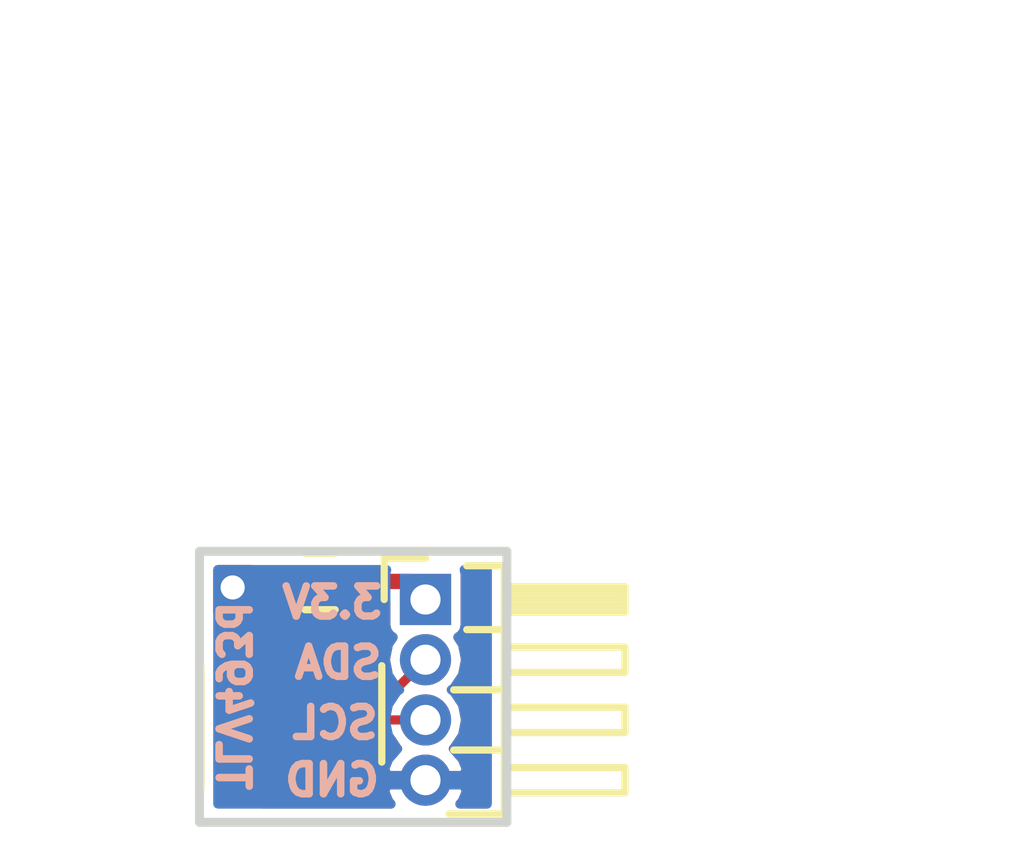
<source format=kicad_pcb>
(kicad_pcb (version 20171130) (host pcbnew 5.0.2-bee76a0~70~ubuntu18.04.1)

  (general
    (thickness 1)
    (drawings 11)
    (tracks 23)
    (zones 0)
    (modules 3)
    (nets 5)
  )

  (page A4)
  (layers
    (0 F.Cu signal)
    (31 B.Cu signal)
    (32 B.Adhes user)
    (33 F.Adhes user)
    (34 B.Paste user)
    (35 F.Paste user)
    (36 B.SilkS user)
    (37 F.SilkS user)
    (38 B.Mask user)
    (39 F.Mask user)
    (40 Dwgs.User user)
    (41 Cmts.User user)
    (42 Eco1.User user)
    (43 Eco2.User user)
    (44 Edge.Cuts user)
    (45 Margin user)
    (46 B.CrtYd user)
    (47 F.CrtYd user)
    (48 B.Fab user)
    (49 F.Fab user)
  )

  (setup
    (last_trace_width 0.1524)
    (trace_clearance 0.1524)
    (zone_clearance 0.1524)
    (zone_45_only no)
    (trace_min 0.1524)
    (segment_width 0.2)
    (edge_width 0.15)
    (via_size 0.6)
    (via_drill 0.4)
    (via_min_size 0.4)
    (via_min_drill 0.3)
    (uvia_size 0.3)
    (uvia_drill 0.1)
    (uvias_allowed no)
    (uvia_min_size 0)
    (uvia_min_drill 0)
    (pcb_text_width 0.3)
    (pcb_text_size 1.5 1.5)
    (mod_edge_width 0.15)
    (mod_text_size 1 1)
    (mod_text_width 0.15)
    (pad_size 0.5 0.5)
    (pad_drill 0)
    (pad_to_mask_clearance 0.1)
    (solder_mask_min_width 0.25)
    (aux_axis_origin 0 0)
    (visible_elements FFFEFF7F)
    (pcbplotparams
      (layerselection 0x00030_80000001)
      (usegerberextensions false)
      (usegerberattributes false)
      (usegerberadvancedattributes false)
      (creategerberjobfile false)
      (excludeedgelayer true)
      (linewidth 0.100000)
      (plotframeref false)
      (viasonmask false)
      (mode 1)
      (useauxorigin false)
      (hpglpennumber 1)
      (hpglpenspeed 20)
      (hpglpendiameter 15.000000)
      (psnegative false)
      (psa4output false)
      (plotreference true)
      (plotvalue true)
      (plotinvisibletext false)
      (padsonsilk false)
      (subtractmaskfromsilk false)
      (outputformat 1)
      (mirror false)
      (drillshape 1)
      (scaleselection 1)
      (outputdirectory ""))
  )

  (net 0 "")
  (net 1 GND)
  (net 2 +3V3)
  (net 3 "Net-(J1-Pad2)")
  (net 4 "Net-(J1-Pad3)")

  (net_class Default "This is the default net class."
    (clearance 0.1524)
    (trace_width 0.1524)
    (via_dia 0.6)
    (via_drill 0.4)
    (uvia_dia 0.3)
    (uvia_drill 0.1)
    (add_net "Net-(J1-Pad2)")
    (add_net "Net-(J1-Pad3)")
  )

  (net_class PWR ""
    (clearance 0.1524)
    (trace_width 0.254)
    (via_dia 0.6)
    (via_drill 0.4)
    (uvia_dia 0.3)
    (uvia_drill 0.1)
    (add_net +3V3)
    (add_net GND)
  )

  (module Capacitors_SMD:C_0402 (layer F.Cu) (tedit 5C7A632F) (tstamp 5973EB2E)
    (at 167.45 105.75)
    (descr "Capacitor SMD 0402, reflow soldering, AVX (see smccp.pdf)")
    (tags "capacitor 0402")
    (path /5973D244)
    (attr smd)
    (fp_text reference C1 (at 0.003 -0.006) (layer B.SilkS) hide
      (effects (font (size 1 1) (thickness 0.15)) (justify mirror))
    )
    (fp_text value C (at 0 1.27) (layer F.Fab)
      (effects (font (size 1 1) (thickness 0.15)))
    )
    (fp_text user %R (at 0 -1.27) (layer F.Fab) hide
      (effects (font (size 1 1) (thickness 0.15)))
    )
    (fp_line (start -0.5 0.25) (end -0.5 -0.25) (layer F.Fab) (width 0.1))
    (fp_line (start 0.5 0.25) (end -0.5 0.25) (layer F.Fab) (width 0.1))
    (fp_line (start 0.5 -0.25) (end 0.5 0.25) (layer F.Fab) (width 0.1))
    (fp_line (start -0.5 -0.25) (end 0.5 -0.25) (layer F.Fab) (width 0.1))
    (fp_line (start 0.25 -0.47) (end -0.25 -0.47) (layer F.SilkS) (width 0.12))
    (fp_line (start -0.25 0.47) (end 0.25 0.47) (layer F.SilkS) (width 0.12))
    (fp_line (start -1 -0.4) (end 1 -0.4) (layer F.CrtYd) (width 0.05))
    (fp_line (start -1 -0.4) (end -1 0.4) (layer F.CrtYd) (width 0.05))
    (fp_line (start 1 0.4) (end 1 -0.4) (layer F.CrtYd) (width 0.05))
    (fp_line (start 1 0.4) (end -1 0.4) (layer F.CrtYd) (width 0.05))
    (pad 1 smd rect (at -0.55 0) (size 0.6 0.5) (layers F.Cu F.Paste F.Mask)
      (net 1 GND))
    (pad 2 smd rect (at 0.55 0) (size 0.6 0.5) (layers F.Cu F.Paste F.Mask)
      (net 2 +3V3))
    (model Capacitors_SMD.3dshapes/C_0402.wrl
      (at (xyz 0 0 0))
      (scale (xyz 1 1 1))
      (rotate (xyz 0 0 0))
    )
  )

  (module custom_lib:TSOP-6 (layer F.Cu) (tedit 5C7A631C) (tstamp 597EA215)
    (at 166.975 107.95 90)
    (descr "6-pin TSOP-6 package, http://www.icbank.com/icbank_data/semi_package/tsop6_dim.pdf")
    (tags TSOP-6)
    (path /59558503)
    (attr smd)
    (fp_text reference U1 (at -0.025 0 180) (layer F.SilkS) hide
      (effects (font (size 1 1) (thickness 0.15)))
    )
    (fp_text value AT42QT1010-TSHR (at 0 2.5 90) (layer F.Fab) hide
      (effects (font (size 1 1) (thickness 0.15)))
    )
    (fp_text user %R (at 0 0 180) (layer F.Fab)
      (effects (font (size 0.5 0.5) (thickness 0.075)))
    )
    (fp_line (start -0.8 1.5) (end 0.8 1.5) (layer F.SilkS) (width 0.12))
    (fp_line (start 0.8 -1.5) (end -1.25 -1.5) (layer F.SilkS) (width 0.12))
    (fp_line (start -0.8 -1.05) (end -0.4 -1.45) (layer F.Fab) (width 0.1))
    (fp_line (start 0.8 -1.45) (end -0.4 -1.45) (layer F.Fab) (width 0.1))
    (fp_line (start -0.8 -1.05) (end -0.8 1.45) (layer F.Fab) (width 0.1))
    (fp_line (start 0.8 1.45) (end -0.8 1.45) (layer F.Fab) (width 0.1))
    (fp_line (start 0.8 -1.45) (end 0.8 1.45) (layer F.Fab) (width 0.1))
    (fp_line (start -2.17 -1.7) (end 2.17 -1.7) (layer F.CrtYd) (width 0.05))
    (fp_line (start -2.17 -1.7) (end -2.17 1.7) (layer F.CrtYd) (width 0.05))
    (fp_line (start 2.17 1.7) (end 2.17 -1.7) (layer F.CrtYd) (width 0.05))
    (fp_line (start 2.17 1.7) (end -2.17 1.7) (layer F.CrtYd) (width 0.05))
    (pad 1 smd rect (at -1.2 -0.95 90) (size 0.5 0.5) (layers F.Cu F.Paste F.Mask)
      (net 4 "Net-(J1-Pad3)"))
    (pad 2 smd rect (at -1.2 0 90) (size 0.5 0.5) (layers F.Cu F.Paste F.Mask)
      (net 1 GND) (zone_connect 2))
    (pad 3 smd rect (at -1.2 0.95 90) (size 0.5 0.5) (layers F.Cu F.Paste F.Mask)
      (net 1 GND) (zone_connect 2))
    (pad 4 smd rect (at 1.2 0.95 90) (size 0.5 0.5) (layers F.Cu F.Paste F.Mask)
      (net 2 +3V3))
    (pad 5 smd rect (at 1.2 0 90) (size 0.5 0.5) (layers F.Cu F.Paste F.Mask)
      (net 1 GND) (zone_connect 2))
    (pad 6 smd rect (at 1.2 -0.95 90) (size 0.5 0.5) (layers F.Cu F.Paste F.Mask)
      (net 3 "Net-(J1-Pad2)"))
    (model ${KISYS3DMOD}/TO_SOT_Packages_SMD.3dshapes/TSOT-23-6_MK06A.wrl
      (at (xyz 0 0 0))
      (scale (xyz 1 1 1))
      (rotate (xyz 0 0 0))
    )
  )

  (module Connector_PinHeader_1.00mm:PinHeader_1x04_P1.00mm_Horizontal (layer F.Cu) (tedit 5C7A63FB) (tstamp 5C863BA3)
    (at 169.2 106.05)
    (descr "Through hole angled pin header, 1x04, 1.00mm pitch, 2.0mm pin length, single row")
    (tags "Through hole angled pin header THT 1x04 1.00mm single row")
    (path /5C7A6BC4)
    (fp_text reference J1 (at 1.375 -1.5) (layer F.SilkS) hide
      (effects (font (size 1 1) (thickness 0.15)))
    )
    (fp_text value Conn_01x04_Female (at 1.375 4.5) (layer F.Fab) hide
      (effects (font (size 1 1) (thickness 0.15)))
    )
    (fp_line (start 0.5 -0.5) (end 1.25 -0.5) (layer F.Fab) (width 0.1))
    (fp_line (start 1.25 -0.5) (end 1.25 3.5) (layer F.Fab) (width 0.1))
    (fp_line (start 1.25 3.5) (end 0.25 3.5) (layer F.Fab) (width 0.1))
    (fp_line (start 0.25 3.5) (end 0.25 -0.25) (layer F.Fab) (width 0.1))
    (fp_line (start 0.25 -0.25) (end 0.5 -0.5) (layer F.Fab) (width 0.1))
    (fp_line (start -0.15 -0.15) (end 0.25 -0.15) (layer F.Fab) (width 0.1))
    (fp_line (start -0.15 -0.15) (end -0.15 0.15) (layer F.Fab) (width 0.1))
    (fp_line (start -0.15 0.15) (end 0.25 0.15) (layer F.Fab) (width 0.1))
    (fp_line (start 1.25 -0.15) (end 3.25 -0.15) (layer F.Fab) (width 0.1))
    (fp_line (start 3.25 -0.15) (end 3.25 0.15) (layer F.Fab) (width 0.1))
    (fp_line (start 1.25 0.15) (end 3.25 0.15) (layer F.Fab) (width 0.1))
    (fp_line (start -0.15 0.85) (end 0.25 0.85) (layer F.Fab) (width 0.1))
    (fp_line (start -0.15 0.85) (end -0.15 1.15) (layer F.Fab) (width 0.1))
    (fp_line (start -0.15 1.15) (end 0.25 1.15) (layer F.Fab) (width 0.1))
    (fp_line (start 1.25 0.85) (end 3.25 0.85) (layer F.Fab) (width 0.1))
    (fp_line (start 3.25 0.85) (end 3.25 1.15) (layer F.Fab) (width 0.1))
    (fp_line (start 1.25 1.15) (end 3.25 1.15) (layer F.Fab) (width 0.1))
    (fp_line (start -0.15 1.85) (end 0.25 1.85) (layer F.Fab) (width 0.1))
    (fp_line (start -0.15 1.85) (end -0.15 2.15) (layer F.Fab) (width 0.1))
    (fp_line (start -0.15 2.15) (end 0.25 2.15) (layer F.Fab) (width 0.1))
    (fp_line (start 1.25 1.85) (end 3.25 1.85) (layer F.Fab) (width 0.1))
    (fp_line (start 3.25 1.85) (end 3.25 2.15) (layer F.Fab) (width 0.1))
    (fp_line (start 1.25 2.15) (end 3.25 2.15) (layer F.Fab) (width 0.1))
    (fp_line (start -0.15 2.85) (end 0.25 2.85) (layer F.Fab) (width 0.1))
    (fp_line (start -0.15 2.85) (end -0.15 3.15) (layer F.Fab) (width 0.1))
    (fp_line (start -0.15 3.15) (end 0.25 3.15) (layer F.Fab) (width 0.1))
    (fp_line (start 1.25 2.85) (end 3.25 2.85) (layer F.Fab) (width 0.1))
    (fp_line (start 3.25 2.85) (end 3.25 3.15) (layer F.Fab) (width 0.1))
    (fp_line (start 1.25 3.15) (end 3.25 3.15) (layer F.Fab) (width 0.1))
    (fp_line (start 0.685 -0.56) (end 1.31 -0.56) (layer F.SilkS) (width 0.12))
    (fp_line (start 1.31 -0.56) (end 1.31 3.56) (layer F.SilkS) (width 0.12))
    (fp_line (start 1.31 3.56) (end 0.394493 3.56) (layer F.SilkS) (width 0.12))
    (fp_line (start 1.31 -0.21) (end 3.31 -0.21) (layer F.SilkS) (width 0.12))
    (fp_line (start 3.31 -0.21) (end 3.31 0.21) (layer F.SilkS) (width 0.12))
    (fp_line (start 3.31 0.21) (end 1.31 0.21) (layer F.SilkS) (width 0.12))
    (fp_line (start 1.31 -0.15) (end 3.31 -0.15) (layer F.SilkS) (width 0.12))
    (fp_line (start 1.31 -0.03) (end 3.31 -0.03) (layer F.SilkS) (width 0.12))
    (fp_line (start 1.31 0.09) (end 3.31 0.09) (layer F.SilkS) (width 0.12))
    (fp_line (start 0.685 0.5) (end 1.31 0.5) (layer F.SilkS) (width 0.12))
    (fp_line (start 1.31 0.79) (end 3.31 0.79) (layer F.SilkS) (width 0.12))
    (fp_line (start 3.31 0.79) (end 3.31 1.21) (layer F.SilkS) (width 0.12))
    (fp_line (start 3.31 1.21) (end 1.31 1.21) (layer F.SilkS) (width 0.12))
    (fp_line (start 0.468215 1.5) (end 1.31 1.5) (layer F.SilkS) (width 0.12))
    (fp_line (start 1.31 1.79) (end 3.31 1.79) (layer F.SilkS) (width 0.12))
    (fp_line (start 3.31 1.79) (end 3.31 2.21) (layer F.SilkS) (width 0.12))
    (fp_line (start 3.31 2.21) (end 1.31 2.21) (layer F.SilkS) (width 0.12))
    (fp_line (start 0.468215 2.5) (end 1.31 2.5) (layer F.SilkS) (width 0.12))
    (fp_line (start 1.31 2.79) (end 3.31 2.79) (layer F.SilkS) (width 0.12))
    (fp_line (start 3.31 2.79) (end 3.31 3.21) (layer F.SilkS) (width 0.12))
    (fp_line (start 3.31 3.21) (end 1.31 3.21) (layer F.SilkS) (width 0.12))
    (fp_line (start -0.685 0) (end -0.685 -0.685) (layer F.SilkS) (width 0.12))
    (fp_line (start -0.685 -0.685) (end 0 -0.685) (layer F.SilkS) (width 0.12))
    (fp_line (start -1 -1) (end -1 4) (layer F.CrtYd) (width 0.05))
    (fp_line (start -1 4) (end 3.75 4) (layer F.CrtYd) (width 0.05))
    (fp_line (start 3.75 4) (end 3.75 -1) (layer F.CrtYd) (width 0.05))
    (fp_line (start 3.75 -1) (end -1 -1) (layer F.CrtYd) (width 0.05))
    (fp_text user %R (at 0.75 1.5 90) (layer F.Fab)
      (effects (font (size 0.6 0.6) (thickness 0.09)))
    )
    (pad 1 thru_hole rect (at 0 0) (size 0.85 0.85) (drill 0.5) (layers *.Cu *.Mask)
      (net 2 +3V3))
    (pad 2 thru_hole oval (at 0 1) (size 0.85 0.85) (drill 0.5) (layers *.Cu *.Mask)
      (net 3 "Net-(J1-Pad2)"))
    (pad 3 thru_hole oval (at 0 2) (size 0.85 0.85) (drill 0.5) (layers *.Cu *.Mask)
      (net 4 "Net-(J1-Pad3)"))
    (pad 4 thru_hole oval (at 0 3) (size 0.85 0.85) (drill 0.5) (layers *.Cu *.Mask)
      (net 1 GND))
    (model ${KISYS3DMOD}/Connector_PinHeader_1.00mm.3dshapes/PinHeader_1x04_P1.00mm_Horizontal.wrl
      (at (xyz 0 0 0))
      (scale (xyz 1 1 1))
      (rotate (xyz 0 0 0))
    )
  )

  (dimension 4.5 (width 0.3) (layer Cmts.User)
    (gr_text "4,500 mm" (at 177.2 107.5 270) (layer Cmts.User)
      (effects (font (size 1.5 1.5) (thickness 0.3)))
    )
    (feature1 (pts (xy 170.5 109.75) (xy 175.686421 109.75)))
    (feature2 (pts (xy 170.5 105.25) (xy 175.686421 105.25)))
    (crossbar (pts (xy 175.1 105.25) (xy 175.1 109.75)))
    (arrow1a (pts (xy 175.1 109.75) (xy 174.513579 108.623496)))
    (arrow1b (pts (xy 175.1 109.75) (xy 175.686421 108.623496)))
    (arrow2a (pts (xy 175.1 105.25) (xy 174.513579 106.376504)))
    (arrow2b (pts (xy 175.1 105.25) (xy 175.686421 106.376504)))
  )
  (dimension 5.05 (width 0.3) (layer Cmts.User)
    (gr_text "5,050 mm" (at 167.975 97.2) (layer Cmts.User)
      (effects (font (size 1.5 1.5) (thickness 0.3)))
    )
    (feature1 (pts (xy 170.5 105.1) (xy 170.5 98.713579)))
    (feature2 (pts (xy 165.45 105.1) (xy 165.45 98.713579)))
    (crossbar (pts (xy 165.45 99.3) (xy 170.5 99.3)))
    (arrow1a (pts (xy 170.5 99.3) (xy 169.373496 99.886421)))
    (arrow1b (pts (xy 170.5 99.3) (xy 169.373496 98.713579)))
    (arrow2a (pts (xy 165.45 99.3) (xy 166.576504 99.886421)))
    (arrow2b (pts (xy 165.45 99.3) (xy 166.576504 98.713579)))
  )
  (gr_text TLV493d (at 166 107.65 270) (layer B.SilkS)
    (effects (font (size 0.5 0.5) (thickness 0.125)) (justify mirror))
  )
  (gr_text GND (at 167.65 109.05) (layer B.SilkS) (tstamp 5C8647C6)
    (effects (font (size 0.5 0.5) (thickness 0.125)) (justify mirror))
  )
  (gr_text SCL (at 167.7 108.1) (layer B.SilkS) (tstamp 5C8647B5)
    (effects (font (size 0.5 0.5) (thickness 0.125)) (justify mirror))
  )
  (gr_text SDA (at 167.75 107.1) (layer B.SilkS) (tstamp 5C86479A)
    (effects (font (size 0.5 0.5) (thickness 0.125)) (justify mirror))
  )
  (gr_text 3.3V (at 167.65 106.1) (layer B.SilkS)
    (effects (font (size 0.5 0.5) (thickness 0.125)) (justify mirror))
  )
  (gr_line (start 165.45 109.75) (end 165.45 105.25) (layer Edge.Cuts) (width 0.15))
  (gr_line (start 170.55 109.75) (end 165.45 109.75) (layer Edge.Cuts) (width 0.15))
  (gr_line (start 170.55 105.25) (end 170.55 109.75) (layer Edge.Cuts) (width 0.15))
  (gr_line (start 165.45 105.25) (end 170.55 105.25) (layer Edge.Cuts) (width 0.15))

  (segment (start 167.975 109.1) (end 167.925 109.15) (width 0.254) (layer F.Cu) (net 1))
  (segment (start 167.925 109.15) (end 166.975 109.15) (width 0.254) (layer F.Cu) (net 1))
  (segment (start 166.9 106.675) (end 166.975 106.75) (width 0.254) (layer F.Cu) (net 1))
  (segment (start 166.9 105.75) (end 166.9 106.675) (width 0.254) (layer F.Cu) (net 1))
  (segment (start 168.025 109.05) (end 167.925 109.15) (width 0.254) (layer F.Cu) (net 1))
  (segment (start 169.2 109.05) (end 168.025 109.05) (width 0.254) (layer F.Cu) (net 1))
  (segment (start 166.9 105.75) (end 166.1 105.75) (width 0.254) (layer F.Cu) (net 1))
  (via (at 166 105.85) (size 0.6) (drill 0.4) (layers F.Cu B.Cu) (net 1))
  (segment (start 166.1 105.75) (end 166 105.85) (width 0.254) (layer F.Cu) (net 1))
  (segment (start 167.925 105.825) (end 168 105.75) (width 0.254) (layer F.Cu) (net 2))
  (segment (start 167.925 106.75) (end 167.925 105.825) (width 0.254) (layer F.Cu) (net 2))
  (segment (start 168.9 105.75) (end 169.2 106.05) (width 0.254) (layer F.Cu) (net 2))
  (segment (start 168 105.75) (end 168.9 105.75) (width 0.254) (layer F.Cu) (net 2))
  (segment (start 166.025 107.1524) (end 166.101201 107.228601) (width 0.1524) (layer F.Cu) (net 3))
  (segment (start 168.970359 107.228601) (end 169.09896 107.1) (width 0.1524) (layer F.Cu) (net 3))
  (segment (start 166.025 106.75) (end 166.025 107.1524) (width 0.1524) (layer F.Cu) (net 3))
  (segment (start 166.101201 107.228601) (end 166.101201 107.251201) (width 0.1524) (layer F.Cu) (net 3))
  (segment (start 166.101201 107.251201) (end 166.45 107.6) (width 0.1524) (layer F.Cu) (net 3))
  (segment (start 168.65 107.6) (end 169.2 107.05) (width 0.1524) (layer F.Cu) (net 3))
  (segment (start 166.45 107.6) (end 168.65 107.6) (width 0.1524) (layer F.Cu) (net 3))
  (segment (start 166.7226 108.05) (end 169.2 108.05) (width 0.1524) (layer F.Cu) (net 4))
  (segment (start 166.025 109.15) (end 166.025 108.7476) (width 0.1524) (layer F.Cu) (net 4))
  (segment (start 166.025 108.7476) (end 166.7226 108.05) (width 0.1524) (layer F.Cu) (net 4))

  (zone (net 1) (net_name GND) (layer F.Cu) (tstamp 5C8648E6) (hatch edge 0.508)
    (connect_pads (clearance 0.1524))
    (min_thickness 0.1524)
    (fill yes (arc_segments 16) (thermal_gap 0.2032) (thermal_bridge_width 0.3048))
    (polygon
      (pts
        (xy 165.65 105.45) (xy 170.3 105.45) (xy 170.3 109.55) (xy 165.65 109.55)
      )
    )
    (filled_polygon
      (pts
        (xy 170.2238 109.4464) (xy 169.770906 109.4464) (xy 169.811327 109.399966) (xy 169.879724 109.234808) (xy 169.829958 109.1262)
        (xy 169.2762 109.1262) (xy 169.2762 109.1462) (xy 169.1238 109.1462) (xy 169.1238 109.1262) (xy 168.570042 109.1262)
        (xy 168.520276 109.234808) (xy 168.588673 109.399966) (xy 168.629094 109.4464) (xy 166.498848 109.4464) (xy 166.508078 109.4)
        (xy 166.508078 108.9) (xy 166.490336 108.810805) (xy 166.451287 108.752365) (xy 166.848852 108.3548) (xy 168.617584 108.3548)
        (xy 168.728781 108.521219) (xy 168.738614 108.527789) (xy 168.588673 108.700034) (xy 168.520276 108.865192) (xy 168.570042 108.9738)
        (xy 169.1238 108.9738) (xy 169.1238 108.9538) (xy 169.2762 108.9538) (xy 169.2762 108.9738) (xy 169.829958 108.9738)
        (xy 169.879724 108.865192) (xy 169.811327 108.700034) (xy 169.661386 108.527789) (xy 169.671219 108.521219) (xy 169.815677 108.305022)
        (xy 169.866404 108.05) (xy 169.815677 107.794978) (xy 169.671219 107.578781) (xy 169.628145 107.55) (xy 169.671219 107.521219)
        (xy 169.815677 107.305022) (xy 169.866404 107.05) (xy 169.815677 106.794978) (xy 169.736016 106.675756) (xy 169.789811 106.639811)
        (xy 169.840336 106.564195) (xy 169.858078 106.475) (xy 169.858078 105.625) (xy 169.843876 105.5536) (xy 170.2238 105.5536)
      )
    )
    (filled_polygon
      (pts
        (xy 166.3206 105.60395) (xy 166.39045 105.6738) (xy 166.8238 105.6738) (xy 166.8238 105.6538) (xy 166.9762 105.6538)
        (xy 166.9762 105.6738) (xy 166.9962 105.6738) (xy 166.9962 105.8262) (xy 166.9762 105.8262) (xy 166.9762 106.20955)
        (xy 167.04605 106.2794) (xy 167.255576 106.2794) (xy 167.358267 106.236864) (xy 167.436864 106.158267) (xy 167.478438 106.057897)
        (xy 167.484664 106.089195) (xy 167.535189 106.164811) (xy 167.569401 106.18767) (xy 167.5694 106.295625) (xy 167.510189 106.335189)
        (xy 167.459664 106.410805) (xy 167.441922 106.5) (xy 167.441922 107) (xy 167.459664 107.089195) (xy 167.510189 107.164811)
        (xy 167.585805 107.215336) (xy 167.675 107.233078) (xy 168.175 107.233078) (xy 168.264195 107.215336) (xy 168.339811 107.164811)
        (xy 168.390336 107.089195) (xy 168.408078 107) (xy 168.408078 106.5) (xy 168.390336 106.410805) (xy 168.339811 106.335189)
        (xy 168.2806 106.295625) (xy 168.2806 106.233078) (xy 168.3 106.233078) (xy 168.389195 106.215336) (xy 168.464811 106.164811)
        (xy 168.504375 106.1056) (xy 168.541922 106.1056) (xy 168.541922 106.475) (xy 168.559664 106.564195) (xy 168.610189 106.639811)
        (xy 168.663984 106.675756) (xy 168.584323 106.794978) (xy 168.533596 107.05) (xy 168.572643 107.246305) (xy 168.523748 107.2952)
        (xy 166.576252 107.2952) (xy 166.442235 107.161183) (xy 166.490336 107.089195) (xy 166.508078 107) (xy 166.508078 106.5)
        (xy 166.490336 106.410805) (xy 166.439811 106.335189) (xy 166.364195 106.284664) (xy 166.275 106.266922) (xy 165.775 106.266922)
        (xy 165.7536 106.271179) (xy 165.7536 105.89605) (xy 166.3206 105.89605) (xy 166.3206 106.055576) (xy 166.363136 106.158267)
        (xy 166.441733 106.236864) (xy 166.544424 106.2794) (xy 166.75395 106.2794) (xy 166.8238 106.20955) (xy 166.8238 105.8262)
        (xy 166.39045 105.8262) (xy 166.3206 105.89605) (xy 165.7536 105.89605) (xy 165.7536 105.5536) (xy 166.3206 105.5536)
      )
    )
  )
  (zone (net 1) (net_name GND) (layer B.Cu) (tstamp 5C8648E3) (hatch edge 0.508)
    (connect_pads (clearance 0.1524))
    (min_thickness 0.1524)
    (fill yes (arc_segments 16) (thermal_gap 0.2032) (thermal_bridge_width 0.3048))
    (polygon
      (pts
        (xy 165.65 105.45) (xy 170.3 105.45) (xy 170.3 109.55) (xy 165.65 109.55)
      )
    )
    (filled_polygon
      (pts
        (xy 168.541922 105.625) (xy 168.541922 106.475) (xy 168.559664 106.564195) (xy 168.610189 106.639811) (xy 168.663984 106.675756)
        (xy 168.584323 106.794978) (xy 168.533596 107.05) (xy 168.584323 107.305022) (xy 168.728781 107.521219) (xy 168.771855 107.55)
        (xy 168.728781 107.578781) (xy 168.584323 107.794978) (xy 168.533596 108.05) (xy 168.584323 108.305022) (xy 168.728781 108.521219)
        (xy 168.738614 108.527789) (xy 168.588673 108.700034) (xy 168.520276 108.865192) (xy 168.570042 108.9738) (xy 169.1238 108.9738)
        (xy 169.1238 108.9538) (xy 169.2762 108.9538) (xy 169.2762 108.9738) (xy 169.829958 108.9738) (xy 169.879724 108.865192)
        (xy 169.811327 108.700034) (xy 169.661386 108.527789) (xy 169.671219 108.521219) (xy 169.815677 108.305022) (xy 169.866404 108.05)
        (xy 169.815677 107.794978) (xy 169.671219 107.578781) (xy 169.628145 107.55) (xy 169.671219 107.521219) (xy 169.815677 107.305022)
        (xy 169.866404 107.05) (xy 169.815677 106.794978) (xy 169.736016 106.675756) (xy 169.789811 106.639811) (xy 169.840336 106.564195)
        (xy 169.858078 106.475) (xy 169.858078 105.625) (xy 169.843876 105.5536) (xy 170.2238 105.5536) (xy 170.2238 109.4464)
        (xy 169.770906 109.4464) (xy 169.811327 109.399966) (xy 169.879724 109.234808) (xy 169.829958 109.1262) (xy 169.2762 109.1262)
        (xy 169.2762 109.1462) (xy 169.1238 109.1462) (xy 169.1238 109.1262) (xy 168.570042 109.1262) (xy 168.520276 109.234808)
        (xy 168.588673 109.399966) (xy 168.629094 109.4464) (xy 165.7536 109.4464) (xy 165.7536 105.5536) (xy 168.556124 105.5536)
      )
    )
  )
)

</source>
